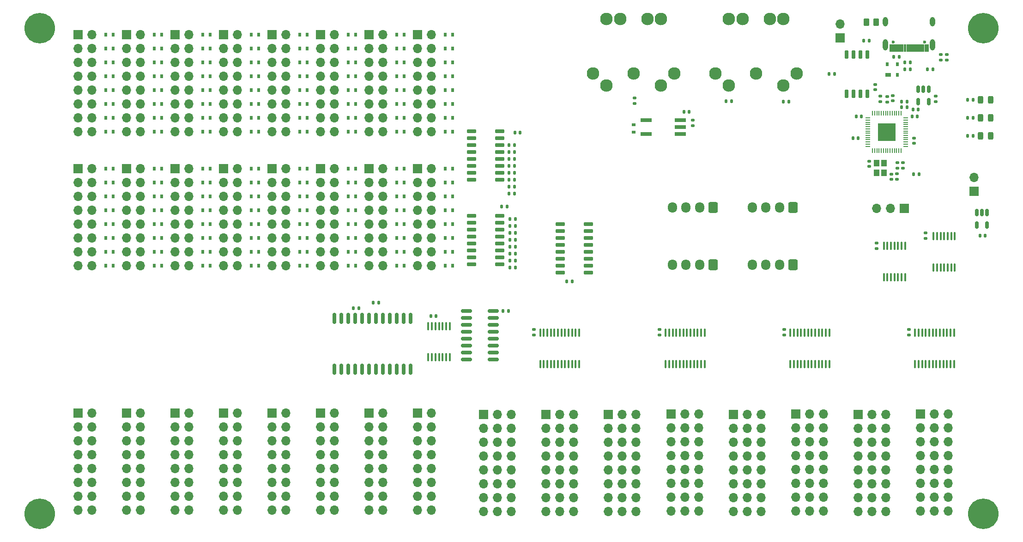
<source format=gts>
G04 #@! TF.GenerationSoftware,KiCad,Pcbnew,7.0.8*
G04 #@! TF.CreationDate,2023-10-07T11:33:10+02:00*
G04 #@! TF.ProjectId,OpenDeck-r3.1.2,4f70656e-4465-4636-9b2d-72332e312e32,rev?*
G04 #@! TF.SameCoordinates,Original*
G04 #@! TF.FileFunction,Soldermask,Top*
G04 #@! TF.FilePolarity,Negative*
%FSLAX46Y46*%
G04 Gerber Fmt 4.6, Leading zero omitted, Abs format (unit mm)*
G04 Created by KiCad (PCBNEW 7.0.8) date 2023-10-07 11:33:10*
%MOMM*%
%LPD*%
G01*
G04 APERTURE LIST*
G04 Aperture macros list*
%AMRoundRect*
0 Rectangle with rounded corners*
0 $1 Rounding radius*
0 $2 $3 $4 $5 $6 $7 $8 $9 X,Y pos of 4 corners*
0 Add a 4 corners polygon primitive as box body*
4,1,4,$2,$3,$4,$5,$6,$7,$8,$9,$2,$3,0*
0 Add four circle primitives for the rounded corners*
1,1,$1+$1,$2,$3*
1,1,$1+$1,$4,$5*
1,1,$1+$1,$6,$7*
1,1,$1+$1,$8,$9*
0 Add four rect primitives between the rounded corners*
20,1,$1+$1,$2,$3,$4,$5,0*
20,1,$1+$1,$4,$5,$6,$7,0*
20,1,$1+$1,$6,$7,$8,$9,0*
20,1,$1+$1,$8,$9,$2,$3,0*%
G04 Aperture macros list end*
%ADD10C,0.010000*%
%ADD11R,0.600000X0.700000*%
%ADD12RoundRect,0.140000X0.170000X-0.140000X0.170000X0.140000X-0.170000X0.140000X-0.170000X-0.140000X0*%
%ADD13R,1.700000X1.700000*%
%ADD14O,1.700000X1.700000*%
%ADD15RoundRect,0.243750X0.243750X0.456250X-0.243750X0.456250X-0.243750X-0.456250X0.243750X-0.456250X0*%
%ADD16RoundRect,0.135000X-0.135000X-0.185000X0.135000X-0.185000X0.135000X0.185000X-0.135000X0.185000X0*%
%ADD17C,5.600000*%
%ADD18RoundRect,0.250000X0.600000X0.725000X-0.600000X0.725000X-0.600000X-0.725000X0.600000X-0.725000X0*%
%ADD19O,1.700000X1.950000*%
%ADD20RoundRect,0.140000X0.140000X0.170000X-0.140000X0.170000X-0.140000X-0.170000X0.140000X-0.170000X0*%
%ADD21RoundRect,0.135000X-0.185000X0.135000X-0.185000X-0.135000X0.185000X-0.135000X0.185000X0.135000X0*%
%ADD22C,2.300000*%
%ADD23RoundRect,0.140000X-0.140000X-0.170000X0.140000X-0.170000X0.140000X0.170000X-0.140000X0.170000X0*%
%ADD24RoundRect,0.140000X-0.170000X0.140000X-0.170000X-0.140000X0.170000X-0.140000X0.170000X0.140000X0*%
%ADD25RoundRect,0.150000X-0.150000X0.650000X-0.150000X-0.650000X0.150000X-0.650000X0.150000X0.650000X0*%
%ADD26RoundRect,0.150000X-0.725000X-0.150000X0.725000X-0.150000X0.725000X0.150000X-0.725000X0.150000X0*%
%ADD27R,1.000000X1.150000*%
%ADD28RoundRect,0.150000X-0.150000X0.512500X-0.150000X-0.512500X0.150000X-0.512500X0.150000X0.512500X0*%
%ADD29RoundRect,0.100000X0.100000X-0.637500X0.100000X0.637500X-0.100000X0.637500X-0.100000X-0.637500X0*%
%ADD30R,0.700000X0.600000*%
%ADD31RoundRect,0.135000X0.185000X-0.135000X0.185000X0.135000X-0.185000X0.135000X-0.185000X-0.135000X0*%
%ADD32RoundRect,0.150000X-0.825000X-0.150000X0.825000X-0.150000X0.825000X0.150000X-0.825000X0.150000X0*%
%ADD33RoundRect,0.150000X0.150000X-0.875000X0.150000X0.875000X-0.150000X0.875000X-0.150000X-0.875000X0*%
%ADD34RoundRect,0.135000X0.135000X0.185000X-0.135000X0.185000X-0.135000X-0.185000X0.135000X-0.185000X0*%
%ADD35RoundRect,0.050000X-0.387500X-0.050000X0.387500X-0.050000X0.387500X0.050000X-0.387500X0.050000X0*%
%ADD36RoundRect,0.050000X-0.050000X-0.387500X0.050000X-0.387500X0.050000X0.387500X-0.050000X0.387500X0*%
%ADD37R,3.200000X3.200000*%
%ADD38R,1.000000X0.700000*%
%ADD39RoundRect,0.150000X0.725000X0.150000X-0.725000X0.150000X-0.725000X-0.150000X0.725000X-0.150000X0*%
%ADD40C,0.600000*%
%ADD41O,0.950000X2.050000*%
%ADD42O,0.950000X1.750000*%
%ADD43RoundRect,0.250000X-0.262500X-0.450000X0.262500X-0.450000X0.262500X0.450000X-0.262500X0.450000X0*%
%ADD44R,2.000000X0.640000*%
G04 APERTURE END LIST*
D10*
X247898000Y-34224400D02*
X247198000Y-34224400D01*
X247198000Y-32984400D01*
X247898000Y-32984400D01*
X247898000Y-34224400D01*
G36*
X247898000Y-34224400D02*
G01*
X247198000Y-34224400D01*
X247198000Y-32984400D01*
X247898000Y-32984400D01*
X247898000Y-34224400D01*
G37*
X247098000Y-34224400D02*
X246398000Y-34224400D01*
X246398000Y-32984400D01*
X247098000Y-32984400D01*
X247098000Y-34224400D01*
G36*
X247098000Y-34224400D02*
G01*
X246398000Y-34224400D01*
X246398000Y-32984400D01*
X247098000Y-32984400D01*
X247098000Y-34224400D01*
G37*
X246298000Y-34224400D02*
X245898000Y-34224400D01*
X245898000Y-32984400D01*
X246298000Y-32984400D01*
X246298000Y-34224400D01*
G36*
X246298000Y-34224400D02*
G01*
X245898000Y-34224400D01*
X245898000Y-32984400D01*
X246298000Y-32984400D01*
X246298000Y-34224400D01*
G37*
X245798000Y-34224400D02*
X245398000Y-34224400D01*
X245398000Y-32984400D01*
X245798000Y-32984400D01*
X245798000Y-34224400D01*
G36*
X245798000Y-34224400D02*
G01*
X245398000Y-34224400D01*
X245398000Y-32984400D01*
X245798000Y-32984400D01*
X245798000Y-34224400D01*
G37*
X245298000Y-34224400D02*
X244898000Y-34224400D01*
X244898000Y-32984400D01*
X245298000Y-32984400D01*
X245298000Y-34224400D01*
G36*
X245298000Y-34224400D02*
G01*
X244898000Y-34224400D01*
X244898000Y-32984400D01*
X245298000Y-32984400D01*
X245298000Y-34224400D01*
G37*
X244798000Y-34224400D02*
X244398000Y-34224400D01*
X244398000Y-32984400D01*
X244798000Y-32984400D01*
X244798000Y-34224400D01*
G36*
X244798000Y-34224400D02*
G01*
X244398000Y-34224400D01*
X244398000Y-32984400D01*
X244798000Y-32984400D01*
X244798000Y-34224400D01*
G37*
X244298000Y-34224400D02*
X243898000Y-34224400D01*
X243898000Y-32984400D01*
X244298000Y-32984400D01*
X244298000Y-34224400D01*
G36*
X244298000Y-34224400D02*
G01*
X243898000Y-34224400D01*
X243898000Y-32984400D01*
X244298000Y-32984400D01*
X244298000Y-34224400D01*
G37*
X243798000Y-34224400D02*
X243398000Y-34224400D01*
X243398000Y-32984400D01*
X243798000Y-32984400D01*
X243798000Y-34224400D01*
G36*
X243798000Y-34224400D02*
G01*
X243398000Y-34224400D01*
X243398000Y-32984400D01*
X243798000Y-32984400D01*
X243798000Y-34224400D01*
G37*
X243298000Y-34224400D02*
X242898000Y-34224400D01*
X242898000Y-32984400D01*
X243298000Y-32984400D01*
X243298000Y-34224400D01*
G36*
X243298000Y-34224400D02*
G01*
X242898000Y-34224400D01*
X242898000Y-32984400D01*
X243298000Y-32984400D01*
X243298000Y-34224400D01*
G37*
X242798000Y-34224400D02*
X242398000Y-34224400D01*
X242398000Y-32984400D01*
X242798000Y-32984400D01*
X242798000Y-34224400D01*
G36*
X242798000Y-34224400D02*
G01*
X242398000Y-34224400D01*
X242398000Y-32984400D01*
X242798000Y-32984400D01*
X242798000Y-34224400D01*
G37*
X242298000Y-34224400D02*
X241598000Y-34224400D01*
X241598000Y-32984400D01*
X242298000Y-32984400D01*
X242298000Y-34224400D01*
G36*
X242298000Y-34224400D02*
G01*
X241598000Y-34224400D01*
X241598000Y-32984400D01*
X242298000Y-32984400D01*
X242298000Y-34224400D01*
G37*
X241498000Y-34224400D02*
X240798000Y-34224400D01*
X240798000Y-32984400D01*
X241498000Y-32984400D01*
X241498000Y-34224400D01*
G36*
X241498000Y-34224400D02*
G01*
X240798000Y-34224400D01*
X240798000Y-32984400D01*
X241498000Y-32984400D01*
X241498000Y-34224400D01*
G37*
D11*
X141540000Y-36322000D03*
X142940000Y-36322000D03*
X132650000Y-36322000D03*
X134050000Y-36322000D03*
X123760000Y-46482000D03*
X125160000Y-46482000D03*
X114870000Y-46482000D03*
X116270000Y-46482000D03*
D12*
X241401600Y-43329800D03*
X241401600Y-42369800D03*
D13*
X166365000Y-100775000D03*
D14*
X166365000Y-103315000D03*
X166365000Y-105855000D03*
X166365000Y-108395000D03*
X166365000Y-110935000D03*
X166365000Y-113475000D03*
X166365000Y-116015000D03*
X166365000Y-118555000D03*
X168905000Y-100775000D03*
X168905000Y-103315000D03*
X168905000Y-105855000D03*
X168905000Y-108395000D03*
X168905000Y-110935000D03*
X168905000Y-113475000D03*
X168905000Y-116015000D03*
X168905000Y-118555000D03*
X171445000Y-100775000D03*
X171445000Y-103315000D03*
X171445000Y-105855000D03*
X171445000Y-108395000D03*
X171445000Y-110935000D03*
X171445000Y-113475000D03*
X171445000Y-116015000D03*
X171445000Y-118555000D03*
D11*
X132650000Y-65913000D03*
X134050000Y-65913000D03*
D15*
X259382500Y-43180000D03*
X257507500Y-43180000D03*
D16*
X171194000Y-68834000D03*
X172214000Y-68834000D03*
D17*
X258000000Y-30000000D03*
D11*
X141540000Y-31242000D03*
X142940000Y-31242000D03*
X105980000Y-46482000D03*
X107380000Y-46482000D03*
X159320000Y-33782000D03*
X160720000Y-33782000D03*
D18*
X208474000Y-73406000D03*
D19*
X205974000Y-73406000D03*
X203474000Y-73406000D03*
X200974000Y-73406000D03*
D16*
X171194000Y-67564000D03*
X172214000Y-67564000D03*
D13*
X256286000Y-59944000D03*
D14*
X256286000Y-57404000D03*
D16*
X171067000Y-59065640D03*
X172087000Y-59065640D03*
D12*
X243225000Y-55630000D03*
X243225000Y-54670000D03*
D11*
X159320000Y-38862000D03*
X160720000Y-38862000D03*
D20*
X235633200Y-46228000D03*
X234673200Y-46228000D03*
D11*
X123760000Y-36322000D03*
X125160000Y-36322000D03*
D16*
X171067000Y-57795640D03*
X172087000Y-57795640D03*
D11*
X97090000Y-73533000D03*
X98490000Y-73533000D03*
D21*
X204700000Y-46890000D03*
X204700000Y-47910000D03*
D11*
X105980000Y-31242000D03*
X107380000Y-31242000D03*
D18*
X223123000Y-62882000D03*
D19*
X220623000Y-62882000D03*
X218123000Y-62882000D03*
X215623000Y-62882000D03*
D11*
X105980000Y-70993000D03*
X107380000Y-70993000D03*
D22*
X208908000Y-38313000D03*
X216358000Y-38313000D03*
X223808000Y-38313000D03*
X211358000Y-40513000D03*
X221358000Y-40513000D03*
X221358000Y-28363000D03*
X211358000Y-28363000D03*
X213858000Y-28363000D03*
X218858000Y-28363000D03*
D11*
X97090000Y-70993000D03*
X98490000Y-70993000D03*
X159320000Y-65913000D03*
X160720000Y-65913000D03*
X105980000Y-43942000D03*
X107380000Y-43942000D03*
X105980000Y-36322000D03*
X107380000Y-36322000D03*
D12*
X250190000Y-35836800D03*
X250190000Y-34876800D03*
D11*
X132650000Y-41402000D03*
X134050000Y-41402000D03*
D13*
X223652000Y-100745000D03*
D14*
X223652000Y-103285000D03*
X223652000Y-105825000D03*
X223652000Y-108365000D03*
X223652000Y-110905000D03*
X223652000Y-113445000D03*
X223652000Y-115985000D03*
X223652000Y-118525000D03*
X226192000Y-100745000D03*
X226192000Y-103285000D03*
X226192000Y-105825000D03*
X226192000Y-108365000D03*
X226192000Y-110905000D03*
X226192000Y-113445000D03*
X226192000Y-115985000D03*
X226192000Y-118525000D03*
X228732000Y-100745000D03*
X228732000Y-103285000D03*
X228732000Y-105825000D03*
X228732000Y-108365000D03*
X228732000Y-110905000D03*
X228732000Y-113445000D03*
X228732000Y-115985000D03*
X228732000Y-118525000D03*
D13*
X100930596Y-100545916D03*
D14*
X103470596Y-100545916D03*
X100930596Y-103085916D03*
X103470596Y-103085916D03*
X100930596Y-105625916D03*
X103470596Y-105625916D03*
X100930596Y-108165916D03*
X103470596Y-108165916D03*
X100930596Y-110705916D03*
X103470596Y-110705916D03*
X100930596Y-113245916D03*
X103470596Y-113245916D03*
X100930596Y-115785916D03*
X103470596Y-115785916D03*
X100930596Y-118325916D03*
X103470596Y-118325916D03*
D16*
X171067000Y-53985640D03*
X172087000Y-53985640D03*
D11*
X123760000Y-33782000D03*
X125160000Y-33782000D03*
D18*
X223139000Y-73406000D03*
D19*
X220639000Y-73406000D03*
X218139000Y-73406000D03*
X215639000Y-73406000D03*
D12*
X238201200Y-41272400D03*
X238201200Y-40312400D03*
D23*
X243029800Y-44475400D03*
X243989800Y-44475400D03*
D11*
X150430000Y-68453000D03*
X151830000Y-68453000D03*
D20*
X173073000Y-49159640D03*
X172113000Y-49159640D03*
D24*
X249250000Y-42495000D03*
X249250000Y-43455000D03*
D13*
X92075000Y-55753000D03*
D14*
X94615000Y-55753000D03*
X92075000Y-58293000D03*
X94615000Y-58293000D03*
X92075000Y-60833000D03*
X94615000Y-60833000D03*
X92075000Y-63373000D03*
X94615000Y-63373000D03*
X92075000Y-65913000D03*
X94615000Y-65913000D03*
X92075000Y-68453000D03*
X94615000Y-68453000D03*
X92075000Y-70993000D03*
X94615000Y-70993000D03*
X92075000Y-73533000D03*
X94615000Y-73533000D03*
D16*
X247775000Y-37592000D03*
X248795000Y-37592000D03*
D11*
X132650000Y-58293000D03*
X134050000Y-58293000D03*
D16*
X171067000Y-55255640D03*
X172087000Y-55255640D03*
D13*
X109855000Y-55753000D03*
D14*
X112395000Y-55753000D03*
X109855000Y-58293000D03*
X112395000Y-58293000D03*
X109855000Y-60833000D03*
X112395000Y-60833000D03*
X109855000Y-63373000D03*
X112395000Y-63373000D03*
X109855000Y-65913000D03*
X112395000Y-65913000D03*
X109855000Y-68453000D03*
X112395000Y-68453000D03*
X109855000Y-70993000D03*
X112395000Y-70993000D03*
X109855000Y-73533000D03*
X112395000Y-73533000D03*
D11*
X132650000Y-55753000D03*
X134050000Y-55753000D03*
D13*
X243469400Y-63042800D03*
D14*
X240929400Y-63042800D03*
X238389400Y-63042800D03*
D16*
X171067000Y-52715640D03*
X172087000Y-52715640D03*
D11*
X150430000Y-36322000D03*
X151830000Y-36322000D03*
X97090000Y-49022000D03*
X98490000Y-49022000D03*
X97090000Y-31242000D03*
X98490000Y-31242000D03*
D20*
X235074400Y-50190400D03*
X234114400Y-50190400D03*
D11*
X114870000Y-70993000D03*
X116270000Y-70993000D03*
D13*
X136525000Y-31242000D03*
D14*
X139065000Y-31242000D03*
X136525000Y-33782000D03*
X139065000Y-33782000D03*
X136525000Y-36322000D03*
X139065000Y-36322000D03*
X136525000Y-38862000D03*
X139065000Y-38862000D03*
X136525000Y-41402000D03*
X139065000Y-41402000D03*
X136525000Y-43942000D03*
X139065000Y-43942000D03*
X136525000Y-46482000D03*
X139065000Y-46482000D03*
X136525000Y-49022000D03*
X139065000Y-49022000D03*
D16*
X171194000Y-70104000D03*
X172214000Y-70104000D03*
D25*
X236728000Y-34881000D03*
X235458000Y-34881000D03*
X234188000Y-34881000D03*
X232918000Y-34881000D03*
X232918000Y-42081000D03*
X234188000Y-42081000D03*
X235458000Y-42081000D03*
X236728000Y-42081000D03*
D13*
X109855000Y-31242000D03*
D14*
X112395000Y-31242000D03*
X109855000Y-33782000D03*
X112395000Y-33782000D03*
X109855000Y-36322000D03*
X112395000Y-36322000D03*
X109855000Y-38862000D03*
X112395000Y-38862000D03*
X109855000Y-41402000D03*
X112395000Y-41402000D03*
X109855000Y-43942000D03*
X112395000Y-43942000D03*
X109855000Y-46482000D03*
X112395000Y-46482000D03*
X109855000Y-49022000D03*
X112395000Y-49022000D03*
D17*
X258000000Y-119000000D03*
D20*
X243989800Y-43484800D03*
X243029800Y-43484800D03*
D11*
X97090000Y-41402000D03*
X98490000Y-41402000D03*
X159320000Y-63373000D03*
X160720000Y-63373000D03*
D15*
X259382500Y-49784000D03*
X257507500Y-49784000D03*
D11*
X105980000Y-73533000D03*
X107380000Y-73533000D03*
X114870000Y-73533000D03*
X116270000Y-73533000D03*
X123760000Y-60833000D03*
X125160000Y-60833000D03*
X159320000Y-60833000D03*
X160720000Y-60833000D03*
D13*
X100965000Y-55753000D03*
D14*
X103505000Y-55753000D03*
X100965000Y-58293000D03*
X103505000Y-58293000D03*
X100965000Y-60833000D03*
X103505000Y-60833000D03*
X100965000Y-63373000D03*
X103505000Y-63373000D03*
X100965000Y-65913000D03*
X103505000Y-65913000D03*
X100965000Y-68453000D03*
X103505000Y-68453000D03*
X100965000Y-70993000D03*
X103505000Y-70993000D03*
X100965000Y-73533000D03*
X103505000Y-73533000D03*
D26*
X164176000Y-64389000D03*
X164176000Y-65659000D03*
X164176000Y-66929000D03*
X164176000Y-68199000D03*
X164176000Y-69469000D03*
X164176000Y-70739000D03*
X164176000Y-72009000D03*
X164176000Y-73279000D03*
X169326000Y-73279000D03*
X169326000Y-72009000D03*
X169326000Y-70739000D03*
X169326000Y-69469000D03*
X169326000Y-68199000D03*
X169326000Y-66929000D03*
X169326000Y-65659000D03*
X169326000Y-64389000D03*
D16*
X171067000Y-51445640D03*
X172087000Y-51445640D03*
D27*
X238415600Y-54775000D03*
X238415600Y-56525000D03*
X239815600Y-56525000D03*
X239815600Y-54775000D03*
D11*
X150430000Y-41402000D03*
X151830000Y-41402000D03*
X123760000Y-55753000D03*
X125160000Y-55753000D03*
D28*
X258699000Y-63825250D03*
X257749000Y-63825250D03*
X256799000Y-63825250D03*
X256799000Y-66100250D03*
X258699000Y-66100250D03*
D24*
X245313200Y-50167600D03*
X245313200Y-51127600D03*
D20*
X182598000Y-76454000D03*
X181638000Y-76454000D03*
D12*
X238404400Y-70380800D03*
X238404400Y-69420800D03*
D29*
X248875000Y-73855500D03*
X249525000Y-73855500D03*
X250175000Y-73855500D03*
X250825000Y-73855500D03*
X251475000Y-73855500D03*
X252125000Y-73855500D03*
X252775000Y-73855500D03*
X252775000Y-68130500D03*
X252125000Y-68130500D03*
X251475000Y-68130500D03*
X250825000Y-68130500D03*
X250175000Y-68130500D03*
X249525000Y-68130500D03*
X248875000Y-68130500D03*
D11*
X105980000Y-33782000D03*
X107380000Y-33782000D03*
D13*
X136490596Y-100545916D03*
D14*
X139030596Y-100545916D03*
X136490596Y-103085916D03*
X139030596Y-103085916D03*
X136490596Y-105625916D03*
X139030596Y-105625916D03*
X136490596Y-108165916D03*
X139030596Y-108165916D03*
X136490596Y-110705916D03*
X139030596Y-110705916D03*
X136490596Y-113245916D03*
X139030596Y-113245916D03*
X136490596Y-115785916D03*
X139030596Y-115785916D03*
X136490596Y-118325916D03*
X139030596Y-118325916D03*
D20*
X157676000Y-82765916D03*
X156716000Y-82765916D03*
D11*
X123760000Y-41402000D03*
X125160000Y-41402000D03*
D13*
X92075000Y-31242000D03*
D14*
X94615000Y-31242000D03*
X92075000Y-33782000D03*
X94615000Y-33782000D03*
X92075000Y-36322000D03*
X94615000Y-36322000D03*
X92075000Y-38862000D03*
X94615000Y-38862000D03*
X92075000Y-41402000D03*
X94615000Y-41402000D03*
X92075000Y-43942000D03*
X94615000Y-43942000D03*
X92075000Y-46482000D03*
X94615000Y-46482000D03*
X92075000Y-49022000D03*
X94615000Y-49022000D03*
D13*
X92040596Y-100530916D03*
D14*
X94580596Y-100530916D03*
X92040596Y-103070916D03*
X94580596Y-103070916D03*
X92040596Y-105610916D03*
X94580596Y-105610916D03*
X92040596Y-108150916D03*
X94580596Y-108150916D03*
X92040596Y-110690916D03*
X94580596Y-110690916D03*
X92040596Y-113230916D03*
X94580596Y-113230916D03*
X92040596Y-115770916D03*
X94580596Y-115770916D03*
X92040596Y-118310916D03*
X94580596Y-118310916D03*
D16*
X171194000Y-66294000D03*
X172214000Y-66294000D03*
D11*
X132650000Y-73533000D03*
X134050000Y-73533000D03*
D29*
X239756400Y-75658900D03*
X240406400Y-75658900D03*
X241056400Y-75658900D03*
X241706400Y-75658900D03*
X242356400Y-75658900D03*
X243006400Y-75658900D03*
X243656400Y-75658900D03*
X243656400Y-69933900D03*
X243006400Y-69933900D03*
X242356400Y-69933900D03*
X241706400Y-69933900D03*
X241056400Y-69933900D03*
X240406400Y-69933900D03*
X239756400Y-69933900D03*
D16*
X171194000Y-73914000D03*
X172214000Y-73914000D03*
D15*
X259382500Y-46482000D03*
X257507500Y-46482000D03*
D11*
X114870000Y-65913000D03*
X116270000Y-65913000D03*
X159320000Y-41402000D03*
X160720000Y-41402000D03*
D30*
X193929000Y-47687000D03*
X193929000Y-49087000D03*
D16*
X171194000Y-71374000D03*
X172214000Y-71374000D03*
D29*
X156262000Y-90327416D03*
X156912000Y-90327416D03*
X157562000Y-90327416D03*
X158212000Y-90327416D03*
X158862000Y-90327416D03*
X159512000Y-90327416D03*
X160162000Y-90327416D03*
X160162000Y-84602416D03*
X159512000Y-84602416D03*
X158862000Y-84602416D03*
X158212000Y-84602416D03*
X157562000Y-84602416D03*
X156912000Y-84602416D03*
X156262000Y-84602416D03*
D11*
X97090000Y-63373000D03*
X98490000Y-63373000D03*
D31*
X242150000Y-57710800D03*
X242150000Y-56690800D03*
D11*
X150430000Y-60833000D03*
X151830000Y-60833000D03*
X105980000Y-38862000D03*
X107380000Y-38862000D03*
X150430000Y-58293000D03*
X151830000Y-58293000D03*
X159320000Y-58293000D03*
X160720000Y-58293000D03*
X114870000Y-33782000D03*
X116270000Y-33782000D03*
X159320000Y-36322000D03*
X160720000Y-36322000D03*
X123760000Y-43942000D03*
X125160000Y-43942000D03*
D32*
X163250000Y-81805000D03*
X163250000Y-83075000D03*
X163250000Y-84345000D03*
X163250000Y-85615000D03*
X163250000Y-86885000D03*
X163250000Y-88155000D03*
X163250000Y-89425000D03*
X163250000Y-90695000D03*
X168200000Y-90695000D03*
X168200000Y-89425000D03*
X168200000Y-88155000D03*
X168200000Y-86885000D03*
X168200000Y-85615000D03*
X168200000Y-84345000D03*
X168200000Y-83075000D03*
X168200000Y-81805000D03*
D11*
X105980000Y-63373000D03*
X107380000Y-63373000D03*
X132650000Y-43942000D03*
X134050000Y-43942000D03*
X159320000Y-55753000D03*
X160720000Y-55753000D03*
D29*
X245472000Y-91542500D03*
X246122000Y-91542500D03*
X246772000Y-91542500D03*
X247422000Y-91542500D03*
X248072000Y-91542500D03*
X248722000Y-91542500D03*
X249372000Y-91542500D03*
X250022000Y-91542500D03*
X250672000Y-91542500D03*
X251322000Y-91542500D03*
X251972000Y-91542500D03*
X252622000Y-91542500D03*
X252622000Y-85817500D03*
X251972000Y-85817500D03*
X251322000Y-85817500D03*
X250672000Y-85817500D03*
X250022000Y-85817500D03*
X249372000Y-85817500D03*
X248722000Y-85817500D03*
X248072000Y-85817500D03*
X247422000Y-85817500D03*
X246772000Y-85817500D03*
X246122000Y-85817500D03*
X245472000Y-85817500D03*
D33*
X139035000Y-92495916D03*
X140305000Y-92495916D03*
X141575000Y-92495916D03*
X142845000Y-92495916D03*
X144115000Y-92495916D03*
X145385000Y-92495916D03*
X146655000Y-92495916D03*
X147925000Y-92495916D03*
X149195000Y-92495916D03*
X150465000Y-92495916D03*
X151735000Y-92495916D03*
X153005000Y-92495916D03*
X153005000Y-83195916D03*
X151735000Y-83195916D03*
X150465000Y-83195916D03*
X149195000Y-83195916D03*
X147925000Y-83195916D03*
X146655000Y-83195916D03*
X145385000Y-83195916D03*
X144115000Y-83195916D03*
X142845000Y-83195916D03*
X141575000Y-83195916D03*
X140305000Y-83195916D03*
X139035000Y-83195916D03*
D11*
X141540000Y-38862000D03*
X142940000Y-38862000D03*
D18*
X208474000Y-62882000D03*
D19*
X205974000Y-62882000D03*
X203474000Y-62882000D03*
X200974000Y-62882000D03*
D11*
X114870000Y-68453000D03*
X116270000Y-68453000D03*
D16*
X221352000Y-43520000D03*
X222372000Y-43520000D03*
D34*
X246260000Y-56775000D03*
X245240000Y-56775000D03*
D12*
X244348000Y-86205000D03*
X244348000Y-85245000D03*
D13*
X246507000Y-100745000D03*
D14*
X246507000Y-103285000D03*
X246507000Y-105825000D03*
X246507000Y-108365000D03*
X246507000Y-110905000D03*
X246507000Y-113445000D03*
X246507000Y-115985000D03*
X246507000Y-118525000D03*
X249047000Y-100745000D03*
X249047000Y-103285000D03*
X249047000Y-105825000D03*
X249047000Y-108365000D03*
X249047000Y-110905000D03*
X249047000Y-113445000D03*
X249047000Y-115985000D03*
X249047000Y-118525000D03*
X251587000Y-100745000D03*
X251587000Y-103285000D03*
X251587000Y-105825000D03*
X251587000Y-108365000D03*
X251587000Y-110905000D03*
X251587000Y-113445000D03*
X251587000Y-115985000D03*
X251587000Y-118525000D03*
D11*
X114870000Y-31242000D03*
X116270000Y-31242000D03*
X150430000Y-31242000D03*
X151830000Y-31242000D03*
X114870000Y-55753000D03*
X116270000Y-55753000D03*
X105980000Y-55753000D03*
X107380000Y-55753000D03*
D12*
X247446800Y-68501200D03*
X247446800Y-67541200D03*
D11*
X132650000Y-70993000D03*
X134050000Y-70993000D03*
D29*
X199757000Y-91542500D03*
X200407000Y-91542500D03*
X201057000Y-91542500D03*
X201707000Y-91542500D03*
X202357000Y-91542500D03*
X203007000Y-91542500D03*
X203657000Y-91542500D03*
X204307000Y-91542500D03*
X204957000Y-91542500D03*
X205607000Y-91542500D03*
X206257000Y-91542500D03*
X206907000Y-91542500D03*
X206907000Y-85817500D03*
X206257000Y-85817500D03*
X205607000Y-85817500D03*
X204957000Y-85817500D03*
X204307000Y-85817500D03*
X203657000Y-85817500D03*
X203007000Y-85817500D03*
X202357000Y-85817500D03*
X201707000Y-85817500D03*
X201057000Y-85817500D03*
X200407000Y-85817500D03*
X199757000Y-85817500D03*
D13*
X136525000Y-55753000D03*
D14*
X139065000Y-55753000D03*
X136525000Y-58293000D03*
X139065000Y-58293000D03*
X136525000Y-60833000D03*
X139065000Y-60833000D03*
X136525000Y-63373000D03*
X139065000Y-63373000D03*
X136525000Y-65913000D03*
X139065000Y-65913000D03*
X136525000Y-68453000D03*
X139065000Y-68453000D03*
X136525000Y-70993000D03*
X139065000Y-70993000D03*
X136525000Y-73533000D03*
X139065000Y-73533000D03*
D11*
X150430000Y-38862000D03*
X151830000Y-38862000D03*
X114870000Y-38862000D03*
X116270000Y-38862000D03*
D35*
X236855000Y-46457000D03*
X236855000Y-46857000D03*
X236855000Y-47257000D03*
X236855000Y-47657000D03*
X236855000Y-48057000D03*
X236855000Y-48457000D03*
X236855000Y-48857000D03*
X236855000Y-49257000D03*
X236855000Y-49657000D03*
X236855000Y-50057000D03*
X236855000Y-50457000D03*
X236855000Y-50857000D03*
X236855000Y-51257000D03*
X236855000Y-51657000D03*
D36*
X237692500Y-52494500D03*
X238092500Y-52494500D03*
X238492500Y-52494500D03*
X238892500Y-52494500D03*
X239292500Y-52494500D03*
X239692500Y-52494500D03*
X240092500Y-52494500D03*
X240492500Y-52494500D03*
X240892500Y-52494500D03*
X241292500Y-52494500D03*
X241692500Y-52494500D03*
X242092500Y-52494500D03*
X242492500Y-52494500D03*
X242892500Y-52494500D03*
D35*
X243730000Y-51657000D03*
X243730000Y-51257000D03*
X243730000Y-50857000D03*
X243730000Y-50457000D03*
X243730000Y-50057000D03*
X243730000Y-49657000D03*
X243730000Y-49257000D03*
X243730000Y-48857000D03*
X243730000Y-48457000D03*
X243730000Y-48057000D03*
X243730000Y-47657000D03*
X243730000Y-47257000D03*
X243730000Y-46857000D03*
X243730000Y-46457000D03*
D36*
X242892500Y-45619500D03*
X242492500Y-45619500D03*
X242092500Y-45619500D03*
X241692500Y-45619500D03*
X241292500Y-45619500D03*
X240892500Y-45619500D03*
X240492500Y-45619500D03*
X240092500Y-45619500D03*
X239692500Y-45619500D03*
X239292500Y-45619500D03*
X238892500Y-45619500D03*
X238492500Y-45619500D03*
X238092500Y-45619500D03*
X237692500Y-45619500D03*
D37*
X240292500Y-49057000D03*
D11*
X141540000Y-49022000D03*
X142940000Y-49022000D03*
D24*
X241150000Y-56746200D03*
X241150000Y-57706200D03*
D11*
X141540000Y-41402000D03*
X142940000Y-41402000D03*
D38*
X240550000Y-38592000D03*
D11*
X242250000Y-38592000D03*
X242250000Y-36592000D03*
X240350000Y-36592000D03*
X132650000Y-60833000D03*
X134050000Y-60833000D03*
X150430000Y-73533000D03*
X151830000Y-73533000D03*
X123760000Y-31242000D03*
X125160000Y-31242000D03*
D13*
X145415000Y-31242000D03*
D14*
X147955000Y-31242000D03*
X145415000Y-33782000D03*
X147955000Y-33782000D03*
X145415000Y-36322000D03*
X147955000Y-36322000D03*
X145415000Y-38862000D03*
X147955000Y-38862000D03*
X145415000Y-41402000D03*
X147955000Y-41402000D03*
X145415000Y-43942000D03*
X147955000Y-43942000D03*
X145415000Y-46482000D03*
X147955000Y-46482000D03*
X145415000Y-49022000D03*
X147955000Y-49022000D03*
D29*
X222617000Y-91542500D03*
X223267000Y-91542500D03*
X223917000Y-91542500D03*
X224567000Y-91542500D03*
X225217000Y-91542500D03*
X225867000Y-91542500D03*
X226517000Y-91542500D03*
X227167000Y-91542500D03*
X227817000Y-91542500D03*
X228467000Y-91542500D03*
X229117000Y-91542500D03*
X229767000Y-91542500D03*
X229767000Y-85817500D03*
X229117000Y-85817500D03*
X228467000Y-85817500D03*
X227817000Y-85817500D03*
X227167000Y-85817500D03*
X226517000Y-85817500D03*
X225867000Y-85817500D03*
X225217000Y-85817500D03*
X224567000Y-85817500D03*
X223917000Y-85817500D03*
X223267000Y-85817500D03*
X222617000Y-85817500D03*
D28*
X247975000Y-41178900D03*
X247025000Y-41178900D03*
X246075000Y-41178900D03*
X246075000Y-43453900D03*
X247975000Y-43453900D03*
D11*
X159320000Y-46482000D03*
X160720000Y-46482000D03*
X141540000Y-70993000D03*
X142940000Y-70993000D03*
X114870000Y-49022000D03*
X116270000Y-49022000D03*
X97090000Y-46482000D03*
X98490000Y-46482000D03*
D20*
X204080000Y-45300000D03*
X203120000Y-45300000D03*
D12*
X240411000Y-43533000D03*
X240411000Y-42573000D03*
D13*
X127635000Y-31242000D03*
D14*
X130175000Y-31242000D03*
X127635000Y-33782000D03*
X130175000Y-33782000D03*
X127635000Y-36322000D03*
X130175000Y-36322000D03*
X127635000Y-38862000D03*
X130175000Y-38862000D03*
X127635000Y-41402000D03*
X130175000Y-41402000D03*
X127635000Y-43942000D03*
X130175000Y-43942000D03*
X127635000Y-46482000D03*
X130175000Y-46482000D03*
X127635000Y-49022000D03*
X130175000Y-49022000D03*
D24*
X242225000Y-54670000D03*
X242225000Y-55630000D03*
D22*
X186458000Y-38313000D03*
X193908000Y-38313000D03*
X201358000Y-38313000D03*
X188908000Y-40513000D03*
X198908000Y-40513000D03*
X198908000Y-28363000D03*
X188908000Y-28363000D03*
X191408000Y-28363000D03*
X196408000Y-28363000D03*
D26*
X164176000Y-48905640D03*
X164176000Y-50175640D03*
X164176000Y-51445640D03*
X164176000Y-52715640D03*
X164176000Y-53985640D03*
X164176000Y-55255640D03*
X164176000Y-56525640D03*
X164176000Y-57795640D03*
X169326000Y-57795640D03*
X169326000Y-56525640D03*
X169326000Y-55255640D03*
X169326000Y-53985640D03*
X169326000Y-52715640D03*
X169326000Y-51445640D03*
X169326000Y-50175640D03*
X169326000Y-48905640D03*
D11*
X132650000Y-68453000D03*
X134050000Y-68453000D03*
X97090000Y-60833000D03*
X98490000Y-60833000D03*
X132650000Y-38862000D03*
X134050000Y-38862000D03*
D23*
X244934800Y-46228000D03*
X245894800Y-46228000D03*
D11*
X141540000Y-33782000D03*
X142940000Y-33782000D03*
D13*
X145415000Y-55753000D03*
D14*
X147955000Y-55753000D03*
X145415000Y-58293000D03*
X147955000Y-58293000D03*
X145415000Y-60833000D03*
X147955000Y-60833000D03*
X145415000Y-63373000D03*
X147955000Y-63373000D03*
X145415000Y-65913000D03*
X147955000Y-65913000D03*
X145415000Y-68453000D03*
X147955000Y-68453000D03*
X145415000Y-70993000D03*
X147955000Y-70993000D03*
X145415000Y-73533000D03*
X147955000Y-73533000D03*
D11*
X123760000Y-49022000D03*
X125160000Y-49022000D03*
X141540000Y-46482000D03*
X142940000Y-46482000D03*
D16*
X243584000Y-36322000D03*
X244604000Y-36322000D03*
D13*
X109820596Y-100545916D03*
D14*
X112360596Y-100545916D03*
X109820596Y-103085916D03*
X112360596Y-103085916D03*
X109820596Y-105625916D03*
X112360596Y-105625916D03*
X109820596Y-108165916D03*
X112360596Y-108165916D03*
X109820596Y-110705916D03*
X112360596Y-110705916D03*
X109820596Y-113245916D03*
X112360596Y-113245916D03*
X109820596Y-115785916D03*
X112360596Y-115785916D03*
X109820596Y-118325916D03*
X112360596Y-118325916D03*
D29*
X176765000Y-91557500D03*
X177415000Y-91557500D03*
X178065000Y-91557500D03*
X178715000Y-91557500D03*
X179365000Y-91557500D03*
X180015000Y-91557500D03*
X180665000Y-91557500D03*
X181315000Y-91557500D03*
X181965000Y-91557500D03*
X182615000Y-91557500D03*
X183265000Y-91557500D03*
X183915000Y-91557500D03*
X183915000Y-85832500D03*
X183265000Y-85832500D03*
X182615000Y-85832500D03*
X181965000Y-85832500D03*
X181315000Y-85832500D03*
X180665000Y-85832500D03*
X180015000Y-85832500D03*
X179365000Y-85832500D03*
X178715000Y-85832500D03*
X178065000Y-85832500D03*
X177415000Y-85832500D03*
X176765000Y-85832500D03*
D23*
X245112600Y-44881800D03*
X246072600Y-44881800D03*
D11*
X150430000Y-49022000D03*
X151830000Y-49022000D03*
D16*
X142464000Y-81353916D03*
X143484000Y-81353916D03*
D13*
X118745000Y-31242000D03*
D14*
X121285000Y-31242000D03*
X118745000Y-33782000D03*
X121285000Y-33782000D03*
X118745000Y-36322000D03*
X121285000Y-36322000D03*
X118745000Y-38862000D03*
X121285000Y-38862000D03*
X118745000Y-41402000D03*
X121285000Y-41402000D03*
X118745000Y-43942000D03*
X121285000Y-43942000D03*
X118745000Y-46482000D03*
X121285000Y-46482000D03*
X118745000Y-49022000D03*
X121285000Y-49022000D03*
D11*
X141540000Y-68453000D03*
X142940000Y-68453000D03*
D16*
X255141000Y-49784000D03*
X256161000Y-49784000D03*
D11*
X123760000Y-70993000D03*
X125160000Y-70993000D03*
X97090000Y-33782000D03*
X98490000Y-33782000D03*
X132650000Y-33782000D03*
X134050000Y-33782000D03*
X150430000Y-33782000D03*
X151830000Y-33782000D03*
D20*
X170930000Y-81800000D03*
X169970000Y-81800000D03*
D16*
X255141000Y-46482000D03*
X256161000Y-46482000D03*
D11*
X150430000Y-65913000D03*
X151830000Y-65913000D03*
X105980000Y-60833000D03*
X107380000Y-60833000D03*
X114870000Y-60833000D03*
X116270000Y-60833000D03*
X97090000Y-38862000D03*
X98490000Y-38862000D03*
D16*
X255141000Y-43180000D03*
X256161000Y-43180000D03*
D39*
X185582000Y-74803000D03*
X185582000Y-73533000D03*
X185582000Y-72263000D03*
X185582000Y-70993000D03*
X185582000Y-69723000D03*
X185582000Y-68453000D03*
X185582000Y-67183000D03*
X185582000Y-65913000D03*
X180432000Y-65913000D03*
X180432000Y-67183000D03*
X180432000Y-68453000D03*
X180432000Y-69723000D03*
X180432000Y-70993000D03*
X180432000Y-72263000D03*
X180432000Y-73533000D03*
X180432000Y-74803000D03*
D11*
X132650000Y-31242000D03*
X134050000Y-31242000D03*
X150430000Y-46482000D03*
X151830000Y-46482000D03*
D13*
X231749600Y-31805800D03*
D14*
X231749600Y-29265800D03*
D34*
X242597400Y-35306000D03*
X241577400Y-35306000D03*
D13*
X127635000Y-55753000D03*
D14*
X130175000Y-55753000D03*
X127635000Y-58293000D03*
X130175000Y-58293000D03*
X127635000Y-60833000D03*
X130175000Y-60833000D03*
X127635000Y-63373000D03*
X130175000Y-63373000D03*
X127635000Y-65913000D03*
X130175000Y-65913000D03*
X127635000Y-68453000D03*
X130175000Y-68453000D03*
X127635000Y-70993000D03*
X130175000Y-70993000D03*
X127635000Y-73533000D03*
X130175000Y-73533000D03*
D13*
X127600596Y-100545916D03*
D14*
X130140596Y-100545916D03*
X127600596Y-103085916D03*
X130140596Y-103085916D03*
X127600596Y-105625916D03*
X130140596Y-105625916D03*
X127600596Y-108165916D03*
X130140596Y-108165916D03*
X127600596Y-110705916D03*
X130140596Y-110705916D03*
X127600596Y-113245916D03*
X130140596Y-113245916D03*
X127600596Y-115785916D03*
X130140596Y-115785916D03*
X127600596Y-118325916D03*
X130140596Y-118325916D03*
D11*
X141540000Y-63373000D03*
X142940000Y-63373000D03*
D24*
X237100000Y-54370000D03*
X237100000Y-55330000D03*
D11*
X159320000Y-70993000D03*
X160720000Y-70993000D03*
D13*
X200792000Y-100745000D03*
D14*
X200792000Y-103285000D03*
X200792000Y-105825000D03*
X200792000Y-108365000D03*
X200792000Y-110905000D03*
X200792000Y-113445000D03*
X200792000Y-115985000D03*
X200792000Y-118525000D03*
X203332000Y-100745000D03*
X203332000Y-103285000D03*
X203332000Y-105825000D03*
X203332000Y-108365000D03*
X203332000Y-110905000D03*
X203332000Y-113445000D03*
X203332000Y-115985000D03*
X203332000Y-118525000D03*
X205872000Y-100745000D03*
X205872000Y-103285000D03*
X205872000Y-105825000D03*
X205872000Y-108365000D03*
X205872000Y-110905000D03*
X205872000Y-113445000D03*
X205872000Y-115985000D03*
X205872000Y-118525000D03*
D11*
X150430000Y-63373000D03*
X151830000Y-63373000D03*
D17*
X85000000Y-119000000D03*
D11*
X141540000Y-43942000D03*
X142940000Y-43942000D03*
D16*
X171194000Y-72644000D03*
X172214000Y-72644000D03*
D13*
X177800000Y-100760000D03*
D14*
X177800000Y-103300000D03*
X177800000Y-105840000D03*
X177800000Y-108380000D03*
X177800000Y-110920000D03*
X177800000Y-113460000D03*
X177800000Y-116000000D03*
X177800000Y-118540000D03*
X180340000Y-100760000D03*
X180340000Y-103300000D03*
X180340000Y-105840000D03*
X180340000Y-108380000D03*
X180340000Y-110920000D03*
X180340000Y-113460000D03*
X180340000Y-116000000D03*
X180340000Y-118540000D03*
X182880000Y-100760000D03*
X182880000Y-103300000D03*
X182880000Y-105840000D03*
X182880000Y-108380000D03*
X182880000Y-110920000D03*
X182880000Y-113460000D03*
X182880000Y-116000000D03*
X182880000Y-118540000D03*
D11*
X141540000Y-65913000D03*
X142940000Y-65913000D03*
X132650000Y-49022000D03*
X134050000Y-49022000D03*
X123760000Y-73533000D03*
X125160000Y-73533000D03*
X123760000Y-38862000D03*
X125160000Y-38862000D03*
X150430000Y-43942000D03*
X151830000Y-43942000D03*
D17*
X85000000Y-30000000D03*
D11*
X97090000Y-58293000D03*
X98490000Y-58293000D03*
X105980000Y-58293000D03*
X107380000Y-58293000D03*
X97090000Y-43942000D03*
X98490000Y-43942000D03*
X150430000Y-55753000D03*
X151830000Y-55753000D03*
D16*
X171067000Y-56525640D03*
X172087000Y-56525640D03*
D11*
X159320000Y-43942000D03*
X160720000Y-43942000D03*
X150430000Y-70993000D03*
X151830000Y-70993000D03*
X114870000Y-41402000D03*
X116270000Y-41402000D03*
D16*
X229715000Y-38400000D03*
X230735000Y-38400000D03*
D13*
X154305000Y-55753000D03*
D14*
X156845000Y-55753000D03*
X154305000Y-58293000D03*
X156845000Y-58293000D03*
X154305000Y-60833000D03*
X156845000Y-60833000D03*
X154305000Y-63373000D03*
X156845000Y-63373000D03*
X154305000Y-65913000D03*
X156845000Y-65913000D03*
X154305000Y-68453000D03*
X156845000Y-68453000D03*
X154305000Y-70993000D03*
X156845000Y-70993000D03*
X154305000Y-73533000D03*
X156845000Y-73533000D03*
D21*
X194056000Y-42810000D03*
X194056000Y-43830000D03*
D13*
X189230000Y-100760000D03*
D14*
X189230000Y-103300000D03*
X189230000Y-105840000D03*
X189230000Y-108380000D03*
X189230000Y-110920000D03*
X189230000Y-113460000D03*
X189230000Y-116000000D03*
X189230000Y-118540000D03*
X191770000Y-100760000D03*
X191770000Y-103300000D03*
X191770000Y-105840000D03*
X191770000Y-108380000D03*
X191770000Y-110920000D03*
X191770000Y-113460000D03*
X191770000Y-116000000D03*
X191770000Y-118540000D03*
X194310000Y-100760000D03*
X194310000Y-103300000D03*
X194310000Y-105840000D03*
X194310000Y-108380000D03*
X194310000Y-110920000D03*
X194310000Y-113460000D03*
X194310000Y-116000000D03*
X194310000Y-118540000D03*
D16*
X171067000Y-60335640D03*
X172087000Y-60335640D03*
D11*
X123760000Y-63373000D03*
X125160000Y-63373000D03*
X141540000Y-73533000D03*
X142940000Y-73533000D03*
D12*
X221488000Y-86205000D03*
X221488000Y-85245000D03*
D11*
X105980000Y-49022000D03*
X107380000Y-49022000D03*
D16*
X243584000Y-37592000D03*
X244604000Y-37592000D03*
D12*
X251307600Y-35836800D03*
X251307600Y-34876800D03*
D11*
X123760000Y-65913000D03*
X125160000Y-65913000D03*
X132650000Y-46482000D03*
X134050000Y-46482000D03*
D13*
X154265596Y-100560916D03*
D14*
X156805596Y-100560916D03*
X154265596Y-103100916D03*
X156805596Y-103100916D03*
X154265596Y-105640916D03*
X156805596Y-105640916D03*
X154265596Y-108180916D03*
X156805596Y-108180916D03*
X154265596Y-110720916D03*
X156805596Y-110720916D03*
X154265596Y-113260916D03*
X156805596Y-113260916D03*
X154265596Y-115800916D03*
X156805596Y-115800916D03*
X154265596Y-118340916D03*
X156805596Y-118340916D03*
D11*
X123760000Y-58293000D03*
X125160000Y-58293000D03*
D12*
X198628000Y-86205000D03*
X198628000Y-85245000D03*
D13*
X154305000Y-31242000D03*
D14*
X156845000Y-31242000D03*
X154305000Y-33782000D03*
X156845000Y-33782000D03*
X154305000Y-36322000D03*
X156845000Y-36322000D03*
X154305000Y-38862000D03*
X156845000Y-38862000D03*
X154305000Y-41402000D03*
X156845000Y-41402000D03*
X154305000Y-43942000D03*
X156845000Y-43942000D03*
X154305000Y-46482000D03*
X156845000Y-46482000D03*
X154305000Y-49022000D03*
X156845000Y-49022000D03*
D24*
X239100000Y-42495000D03*
X239100000Y-43455000D03*
D11*
X105980000Y-41402000D03*
X107380000Y-41402000D03*
D13*
X212217000Y-100760000D03*
D14*
X212217000Y-103300000D03*
X212217000Y-105840000D03*
X212217000Y-108380000D03*
X212217000Y-110920000D03*
X212217000Y-113460000D03*
X212217000Y-116000000D03*
X212217000Y-118540000D03*
X214757000Y-100760000D03*
X214757000Y-103300000D03*
X214757000Y-105840000D03*
X214757000Y-108380000D03*
X214757000Y-110920000D03*
X214757000Y-113460000D03*
X214757000Y-116000000D03*
X214757000Y-118540000D03*
X217297000Y-100760000D03*
X217297000Y-103300000D03*
X217297000Y-105840000D03*
X217297000Y-108380000D03*
X217297000Y-110920000D03*
X217297000Y-113460000D03*
X217297000Y-116000000D03*
X217297000Y-118540000D03*
D11*
X141540000Y-55753000D03*
X142940000Y-55753000D03*
D20*
X170660000Y-62738000D03*
X169700000Y-62738000D03*
D13*
X145380596Y-100560916D03*
D14*
X147920596Y-100560916D03*
X145380596Y-103100916D03*
X147920596Y-103100916D03*
X145380596Y-105640916D03*
X147920596Y-105640916D03*
X145380596Y-108180916D03*
X147920596Y-108180916D03*
X145380596Y-110720916D03*
X147920596Y-110720916D03*
X145380596Y-113260916D03*
X147920596Y-113260916D03*
X145380596Y-115800916D03*
X147920596Y-115800916D03*
X145380596Y-118340916D03*
X147920596Y-118340916D03*
D11*
X97090000Y-65913000D03*
X98490000Y-65913000D03*
X114870000Y-58293000D03*
X116270000Y-58293000D03*
X132650000Y-63373000D03*
X134050000Y-63373000D03*
D40*
X247238000Y-32534400D03*
X241458000Y-32534400D03*
D41*
X248673000Y-33024400D03*
X240023000Y-33024400D03*
D42*
X248673000Y-28854400D03*
X240023000Y-28854400D03*
D11*
X114870000Y-43942000D03*
X116270000Y-43942000D03*
D43*
X236562500Y-28875000D03*
X238387500Y-28875000D03*
D12*
X175641000Y-86205000D03*
X175641000Y-85245000D03*
D13*
X118710596Y-100545916D03*
D14*
X121250596Y-100545916D03*
X118710596Y-103085916D03*
X121250596Y-103085916D03*
X118710596Y-105625916D03*
X121250596Y-105625916D03*
X118710596Y-108165916D03*
X121250596Y-108165916D03*
X118710596Y-110705916D03*
X121250596Y-110705916D03*
X118710596Y-113245916D03*
X121250596Y-113245916D03*
X118710596Y-115785916D03*
X121250596Y-115785916D03*
X118710596Y-118325916D03*
X121250596Y-118325916D03*
D20*
X147135000Y-80337916D03*
X146175000Y-80337916D03*
D11*
X159320000Y-73533000D03*
X160720000Y-73533000D03*
D13*
X100965000Y-31242000D03*
D14*
X103505000Y-31242000D03*
X100965000Y-33782000D03*
X103505000Y-33782000D03*
X100965000Y-36322000D03*
X103505000Y-36322000D03*
X100965000Y-38862000D03*
X103505000Y-38862000D03*
X100965000Y-41402000D03*
X103505000Y-41402000D03*
X100965000Y-43942000D03*
X103505000Y-43942000D03*
X100965000Y-46482000D03*
X103505000Y-46482000D03*
X100965000Y-49022000D03*
X103505000Y-49022000D03*
D11*
X114870000Y-63373000D03*
X116270000Y-63373000D03*
D34*
X211838000Y-43434000D03*
X210818000Y-43434000D03*
D11*
X105980000Y-68453000D03*
X107380000Y-68453000D03*
D13*
X235072000Y-100760000D03*
D14*
X235072000Y-103300000D03*
X235072000Y-105840000D03*
X235072000Y-108380000D03*
X235072000Y-110920000D03*
X235072000Y-113460000D03*
X235072000Y-116000000D03*
X235072000Y-118540000D03*
X237612000Y-100760000D03*
X237612000Y-103300000D03*
X237612000Y-105840000D03*
X237612000Y-108380000D03*
X237612000Y-110920000D03*
X237612000Y-113460000D03*
X237612000Y-116000000D03*
X237612000Y-118540000D03*
X240152000Y-100760000D03*
X240152000Y-103300000D03*
X240152000Y-105840000D03*
X240152000Y-108380000D03*
X240152000Y-110920000D03*
X240152000Y-113460000D03*
X240152000Y-116000000D03*
X240152000Y-118540000D03*
D11*
X97090000Y-36322000D03*
X98490000Y-36322000D03*
X114870000Y-36322000D03*
X116270000Y-36322000D03*
X97090000Y-55753000D03*
X98490000Y-55753000D03*
D34*
X237110000Y-32275000D03*
X236090000Y-32275000D03*
D11*
X105980000Y-65913000D03*
X107380000Y-65913000D03*
X141540000Y-60833000D03*
X142940000Y-60833000D03*
X141540000Y-58293000D03*
X142940000Y-58293000D03*
X97090000Y-68453000D03*
X98490000Y-68453000D03*
D13*
X118745000Y-55753000D03*
D14*
X121285000Y-55753000D03*
X118745000Y-58293000D03*
X121285000Y-58293000D03*
X118745000Y-60833000D03*
X121285000Y-60833000D03*
X118745000Y-63373000D03*
X121285000Y-63373000D03*
X118745000Y-65913000D03*
X121285000Y-65913000D03*
X118745000Y-68453000D03*
X121285000Y-68453000D03*
X118745000Y-70993000D03*
X121285000Y-70993000D03*
X118745000Y-73533000D03*
X121285000Y-73533000D03*
D23*
X257409000Y-68016250D03*
X258369000Y-68016250D03*
D16*
X171194000Y-65024000D03*
X172214000Y-65024000D03*
D11*
X159320000Y-49022000D03*
X160720000Y-49022000D03*
X159320000Y-31242000D03*
X160720000Y-31242000D03*
D44*
X196150000Y-46830000D03*
X196150000Y-49370000D03*
X202450000Y-49370000D03*
X202450000Y-48100000D03*
X202450000Y-46830000D03*
D11*
X123760000Y-68453000D03*
X125160000Y-68453000D03*
X159320000Y-68453000D03*
X160720000Y-68453000D03*
M02*

</source>
